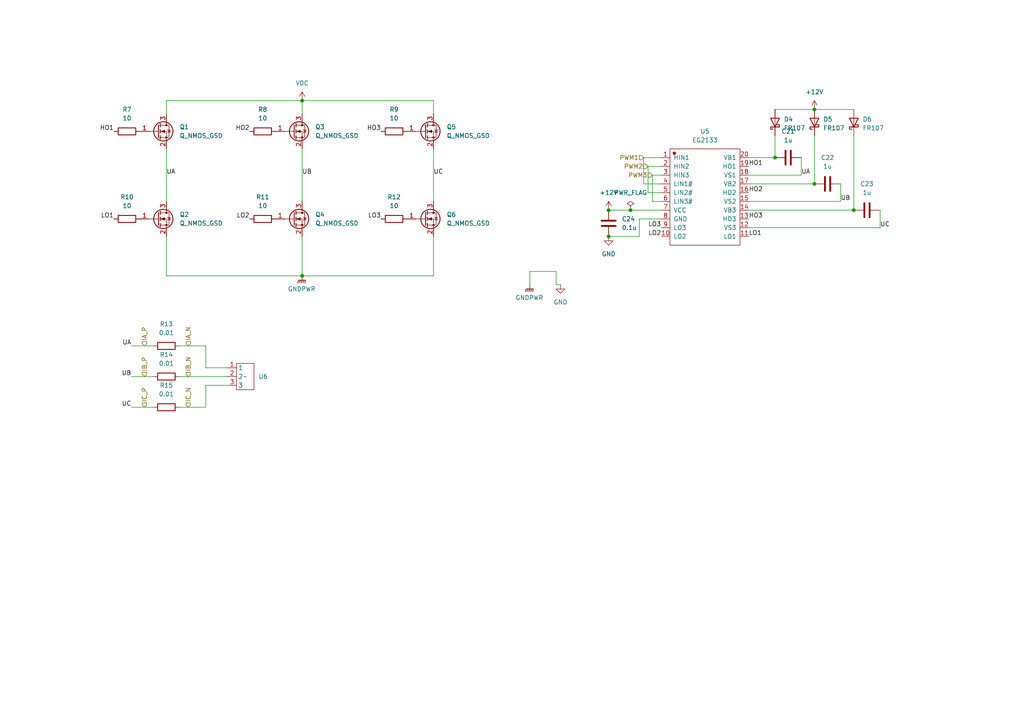
<source format=kicad_sch>
(kicad_sch (version 20230121) (generator eeschema)
  (paper "A4")
  (lib_symbols
    (symbol "Device:C" (pin_numbers hide) (pin_names (offset 0.254))
      (property "Reference" "C" (at 0.635 2.54 0))
      (property "Value" "C" (at 0.635 -2.54 0))
      (symbol "C_0_1"
        (polyline (pts (xy -2.032 -0.762) (xy 2.032 -0.762)) (stroke (width 0.508)))
        (polyline (pts (xy -2.032 0.762) (xy 2.032 0.762)) (stroke (width 0.508)))
      )
      (symbol "C_1_1"
        (pin passive line (at 0 3.81 270) (length 2.794) (name "~") (number "1"))
        (pin passive line (at 0 -3.81 90) (length 2.794) (name "~") (number "2"))
      )
    )
    (symbol "Device:D_Schottky" (pin_numbers hide) (pin_names (offset 1.016) hide)
      (property "Reference" "D" (at 0 2.54 0))
      (property "Value" "D_Schottky" (at 0 -2.54 0))
      (symbol "D_Schottky_0_1"
        (polyline (pts (xy 1.27 0) (xy -1.27 0)))
        (polyline (pts (xy 1.27 1.27) (xy 1.27 -1.27) (xy -1.27 0) (xy 1.27 1.27)) (stroke (width 0.254)))
        (polyline (pts (xy -1.905 0.635) (xy -1.905 1.27) (xy -1.27 1.27) (xy -1.27 -1.27) (xy -0.635 -1.27) (xy -0.635 -0.635)) (stroke (width 0.254)))
      )
      (symbol "D_Schottky_1_1"
        (pin passive line (at -3.81 0 0) (length 2.54) (name "K") (number "1"))
        (pin passive line (at 3.81 0 180) (length 2.54) (name "A") (number "2"))
      )
    )
    (symbol "Device:Q_NMOS_GSD" (pin_names (offset 0) hide)
      (property "Reference" "Q" (at 5.08 1.27 0))
      (property "Value" "Q_NMOS_GSD" (at 5.08 -1.27 0))
      (symbol "Q_NMOS_GSD_0_1"
        (polyline (pts (xy 0.254 0) (xy -2.54 0)))
        (polyline (pts (xy 0.254 1.905) (xy 0.254 -1.905)) (stroke (width 0.254)))
        (polyline (pts (xy 0.762 -1.27) (xy 0.762 -2.286)) (stroke (width 0.254)))
        (polyline (pts (xy 0.762 0.508) (xy 0.762 -0.508)) (stroke (width 0.254)))
        (polyline (pts (xy 0.762 2.286) (xy 0.762 1.27)) (stroke (width 0.254)))
        (polyline (pts (xy 2.54 2.54) (xy 2.54 1.778)))
        (polyline (pts (xy 2.54 -2.54) (xy 2.54 0) (xy 0.762 0)))
        (polyline (pts (xy 0.762 -1.778) (xy 3.302 -1.778) (xy 3.302 1.778) (xy 0.762 1.778)))
        (polyline (pts (xy 1.016 0) (xy 2.032 0.381) (xy 2.032 -0.381) (xy 1.016 0)) (fill (type outline)))
        (polyline (pts (xy 2.794 0.508) (xy 2.921 0.381) (xy 3.683 0.381) (xy 3.81 0.254)))
        (polyline (pts (xy 3.302 0.381) (xy 2.921 -0.254) (xy 3.683 -0.254) (xy 3.302 0.381)))
        (circle (center 1.651 0) (radius 2.794) (stroke (width 0.254)))
        (circle (center 2.54 -1.778) (radius 0.254) (fill (type outline)))
        (circle (center 2.54 1.778) (radius 0.254) (fill (type outline)))
      )
      (symbol "Q_NMOS_GSD_1_1"
        (pin input line (at -5.08 0 0) (length 2.54) (name "G") (number "1"))
        (pin passive line (at 2.54 -5.08 90) (length 2.54) (name "S") (number "2"))
        (pin passive line (at 2.54 5.08 270) (length 2.54) (name "D") (number "3"))
      )
    )
    (symbol "Device:R" (pin_numbers hide) (pin_names (offset 0))
      (property "Reference" "R" (at 2.032 0 90))
      (property "Value" "R" (at 0 0 90))
      (symbol "R_0_1"
        (rectangle (start -1.016 -2.54) (end 1.016 2.54) (stroke (width 0.254)))
      )
      (symbol "R_1_1"
        (pin passive line (at 0 3.81 270) (length 1.27) (name "~") (number "1"))
        (pin passive line (at 0 -3.81 90) (length 1.27) (name "~") (number "2"))
      )
    )
    (symbol "my_GateDriver:EG2133" (pin_names (offset 1.016))
      (property "Reference" "U" (at 0 16.5862 0))
      (property "Value" "EG2133" (at 0 21.6662 0))
      (symbol "EG2133_1_1"
        (rectangle (start -10.16 13.97) (end 10.16 -13.97) (stroke (width 0.1524)))
        (circle (center -8.89 12.7) (radius 0.381) (stroke (width 0.1524)) (fill (type outline)))
        (pin input line (at -12.7 11.43 0) (length 2.54) (name "HIN1") (number "1"))
        (pin input line (at -12.7 -11.43 0) (length 2.54) (name "LO2") (number "10"))
        (pin input line (at 12.7 -11.43 180) (length 2.54) (name "LO1") (number "11"))
        (pin input line (at 12.7 -8.89 180) (length 2.54) (name "VS3") (number "12"))
        (pin input line (at 12.7 -6.35 180) (length 2.54) (name "HO3") (number "13"))
        (pin input line (at 12.7 -3.81 180) (length 2.54) (name "VB3") (number "14"))
        (pin input line (at 12.7 -1.27 180) (length 2.54) (name "VS2") (number "15"))
        (pin input line (at 12.7 1.27 180) (length 2.54) (name "HO2") (number "16"))
        (pin input line (at 12.7 3.81 180) (length 2.54) (name "VB2") (number "17"))
        (pin input line (at 12.7 6.35 180) (length 2.54) (name "VS1") (number "18"))
        (pin input line (at 12.7 8.89 180) (length 2.54) (name "HO1") (number "19"))
        (pin input line (at -12.7 8.89 0) (length 2.54) (name "HIN2") (number "2"))
        (pin input line (at 12.7 11.43 180) (length 2.54) (name "VB1") (number "20"))
        (pin input line (at -12.7 6.35 0) (length 2.54) (name "HIN3") (number "3"))
        (pin input line (at -12.7 3.81 0) (length 2.54) (name "LIN1#") (number "4"))
        (pin input line (at -12.7 1.27 0) (length 2.54) (name "LIN2#") (number "5"))
        (pin input line (at -12.7 -1.27 0) (length 2.54) (name "LIN3#") (number "6"))
        (pin input line (at -12.7 -3.81 0) (length 2.54) (name "VCC") (number "7"))
        (pin input line (at -12.7 -6.35 0) (length 2.54) (name "GND") (number "8"))
        (pin input line (at -12.7 -8.89 0) (length 2.54) (name "LO3") (number "9"))
      )
    )
    (symbol "my_conn:CONN_3P"
      (property "Reference" "U" (at 0 5.08 0))
      (symbol "CONN_3P_0_1"
        (rectangle (start -2.54 3.81) (end 2.54 -3.81))
      )
      (symbol "CONN_3P_1_1"
        (pin passive line (at -5.08 2.54 0) (length 2.54) (name "1") (number "1"))
        (pin passive line (at -5.08 0 0) (length 2.54) (name "2") (number "2"))
        (pin passive line (at -5.08 -2.54 0) (length 2.54) (name "3") (number "3"))
      )
    )
    (symbol "power:+12V" (power) (pin_names (offset 0))
      (property "Value" "+12V" (at 0 3.556 0))
      (symbol "+12V_0_1"
        (polyline (pts (xy -0.762 1.27) (xy 0 2.54)))
        (polyline (pts (xy 0 0) (xy 0 2.54)))
        (polyline (pts (xy 0 2.54) (xy 0.762 1.27)))
      )
      (symbol "+12V_1_1"
        (pin power_in line (at 0 0 90) (length 0) hide (name "+12V") (number "1"))
      )
    )
    (symbol "power:GND" (power) (pin_names (offset 0))
      (property "Value" "GND" (at 0 -3.81 0))
      (symbol "GND_0_1"
        (polyline (pts (xy 0 0) (xy 0 -1.27) (xy 1.27 -1.27) (xy 0 -2.54) (xy -1.27 -1.27) (xy 0 -1.27)))
      )
      (symbol "GND_1_1"
        (pin power_in line (at 0 0 270) (length 0) hide (name "GND") (number "1"))
      )
    )
    (symbol "power:GNDPWR" (power) (pin_names (offset 0))
      (property "Value" "GNDPWR" (at 0 -3.302 0))
      (symbol "GNDPWR_0_1"
        (polyline (pts (xy 0 -1.27) (xy 0 0)))
        (polyline (pts (xy -1.016 -1.27) (xy -1.27 -2.032) (xy -1.27 -2.032)) (stroke (width 0.2032)))
        (polyline (pts (xy -0.508 -1.27) (xy -0.762 -2.032) (xy -0.762 -2.032)) (stroke (width 0.2032)))
        (polyline (pts (xy 0 -1.27) (xy -0.254 -2.032) (xy -0.254 -2.032)) (stroke (width 0.2032)))
        (polyline (pts (xy 0.508 -1.27) (xy 0.254 -2.032) (xy 0.254 -2.032)) (stroke (width 0.2032)))
        (polyline (pts (xy 1.016 -1.27) (xy -1.016 -1.27) (xy -1.016 -1.27)) (stroke (width 0.2032)))
        (polyline (pts (xy 1.016 -1.27) (xy 0.762 -2.032) (xy 0.762 -2.032) (xy 0.762 -2.032)) (stroke (width 0.2032)))
      )
      (symbol "GNDPWR_1_1"
        (pin power_in line (at 0 0 270) (length 0) hide (name "GNDPWR") (number "1"))
      )
    )
    (symbol "power:PWR_FLAG" (power) (pin_numbers hide) (pin_names (offset 0) hide)
      (property "Value" "PWR_FLAG" (at 0 3.81 0))
      (symbol "PWR_FLAG_0_0"
        (pin power_out line (at 0 0 90) (length 0) (name "pwr") (number "1"))
      )
      (symbol "PWR_FLAG_0_1"
        (polyline (pts (xy 0 0) (xy 0 1.27) (xy -1.016 1.905) (xy 0 2.54) (xy 1.016 1.905) (xy 0 1.27)))
      )
    )
    (symbol "power:VDC" (power) (pin_names (offset 0))
      (property "Value" "VDC" (at 0 6.35 0))
      (symbol "VDC_0_1"
        (polyline (pts (xy -0.762 1.27) (xy 0 2.54)))
        (polyline (pts (xy 0 0) (xy 0 2.54)))
        (polyline (pts (xy 0 2.54) (xy 0.762 1.27)))
      )
      (symbol "VDC_1_1"
        (pin power_in line (at 0 0 90) (length 0) hide (name "VDC") (number "1"))
      )
    )
  )
  (junction (at 176.53 68.58))
  (junction (at 247.65 60.96))
  (junction (at 87.63 29.21))
  (junction (at 176.53 60.96))
  (junction (at 182.88 60.96))
  (junction (at 224.79 45.72))
  (junction (at 87.63 80.01))
  (junction (at 236.22 31.75))
  (junction (at 236.22 53.34))
  (wire (pts (xy 224.79 31.75) (xy 236.22 31.75)))
  (wire (pts (xy 38.1 100.33) (xy 44.45 100.33)))
  (wire (pts (xy 176.53 60.96) (xy 182.88 60.96)))
  (wire (pts (xy 48.26 29.21) (xy 87.63 29.21)))
  (wire (pts (xy 236.22 31.75) (xy 247.65 31.75)))
  (wire (pts (xy 87.63 29.21) (xy 125.73 29.21)))
  (wire (pts (xy 185.42 63.5) (xy 185.42 68.58)))
  (wire (pts (xy 187.96 48.26) (xy 187.96 55.88)))
  (wire (pts (xy 191.77 45.72) (xy 186.69 45.72)))
  (wire (pts (xy 48.26 80.01) (xy 87.63 80.01)))
  (wire (pts (xy 87.63 29.21) (xy 87.63 33.02)))
  (wire (pts (xy 182.88 60.96) (xy 191.77 60.96)))
  (wire (pts (xy 48.26 43.18) (xy 48.26 58.42)))
  (wire (pts (xy 161.29 82.55) (xy 162.56 82.55)))
  (wire (pts (xy 232.41 45.72) (xy 232.41 50.8)))
  (wire (pts (xy 247.65 39.37) (xy 247.65 60.96)))
  (wire (pts (xy 224.79 39.37) (xy 224.79 45.72)))
  (wire (pts (xy 59.69 100.33) (xy 59.69 106.68)))
  (wire (pts (xy 59.69 106.68) (xy 66.04 106.68)))
  (wire (pts (xy 217.17 60.96) (xy 247.65 60.96)))
  (wire (pts (xy 232.41 50.8) (xy 217.17 50.8)))
  (wire (pts (xy 191.77 48.26) (xy 187.96 48.26)))
  (wire (pts (xy 191.77 50.8) (xy 189.23 50.8)))
  (wire (pts (xy 125.73 68.58) (xy 125.73 80.01)))
  (wire (pts (xy 187.96 55.88) (xy 191.77 55.88)))
  (wire (pts (xy 217.17 53.34) (xy 236.22 53.34)))
  (wire (pts (xy 255.27 60.96) (xy 255.27 66.04)))
  (wire (pts (xy 185.42 68.58) (xy 176.53 68.58)))
  (wire (pts (xy 161.29 78.74) (xy 161.29 82.55)))
  (wire (pts (xy 59.69 111.76) (xy 66.04 111.76)))
  (wire (pts (xy 224.79 45.72) (xy 217.17 45.72)))
  (wire (pts (xy 153.67 78.74) (xy 153.67 82.55)))
  (wire (pts (xy 243.84 53.34) (xy 243.84 58.42)))
  (wire (pts (xy 255.27 66.04) (xy 217.17 66.04)))
  (wire (pts (xy 243.84 58.42) (xy 217.17 58.42)))
  (wire (pts (xy 87.63 43.18) (xy 87.63 58.42)))
  (wire (pts (xy 38.1 109.22) (xy 44.45 109.22)))
  (wire (pts (xy 38.1 118.11) (xy 44.45 118.11)))
  (wire (pts (xy 59.69 118.11) (xy 59.69 111.76)))
  (wire (pts (xy 191.77 63.5) (xy 185.42 63.5)))
  (wire (pts (xy 52.07 109.22) (xy 66.04 109.22)))
  (wire (pts (xy 236.22 39.37) (xy 236.22 53.34)))
  (wire (pts (xy 48.26 33.02) (xy 48.26 29.21)))
  (wire (pts (xy 153.67 78.74) (xy 161.29 78.74)))
  (wire (pts (xy 87.63 68.58) (xy 87.63 80.01)))
  (wire (pts (xy 52.07 118.11) (xy 59.69 118.11)))
  (wire (pts (xy 189.23 58.42) (xy 191.77 58.42)))
  (wire (pts (xy 52.07 100.33) (xy 59.69 100.33)))
  (wire (pts (xy 48.26 68.58) (xy 48.26 80.01)))
  (wire (pts (xy 186.69 45.72) (xy 186.69 53.34)))
  (wire (pts (xy 186.69 53.34) (xy 191.77 53.34)))
  (wire (pts (xy 125.73 43.18) (xy 125.73 58.42)))
  (wire (pts (xy 189.23 50.8) (xy 189.23 58.42)))
  (wire (pts (xy 87.63 80.01) (xy 125.73 80.01)))
  (wire (pts (xy 125.73 29.21) (xy 125.73 33.02)))
  (label "UB" (at 38.1 109.22 180))
  (label "UC" (at 255.27 66.04 0))
  (label "LO2" (at 191.77 68.58 180))
  (label "UB" (at 243.84 58.42 0))
  (label "HO1" (at 217.17 48.26 0))
  (label "UC" (at 125.73 50.8 0))
  (label "UC" (at 38.1 118.11 180))
  (label "LO2" (at 72.39 63.5 180))
  (label "HO3" (at 217.17 63.5 0))
  (label "HO1" (at 33.02 38.1 180))
  (label "LO3" (at 191.77 66.04 180))
  (label "UA" (at 232.41 50.8 0))
  (label "LO3" (at 110.49 63.5 180))
  (label "HO3" (at 110.49 38.1 180))
  (label "UA" (at 48.26 50.8 0))
  (label "HO2" (at 72.39 38.1 180))
  (label "UB" (at 87.63 50.8 0))
  (label "LO1" (at 217.17 68.58 0))
  (label "HO2" (at 217.17 55.88 0))
  (label "UA" (at 38.1 100.33 180))
  (label "LO1" (at 33.02 63.5 180))
  (hierarchical_label "IA_N" (shape input) (at 54.61 100.33 90))
  (hierarchical_label "IC_N" (shape input) (at 54.61 118.11 90))
  (hierarchical_label "PWM1" (shape input) (at 186.69 45.72 180))
  (hierarchical_label "IB_P" (shape input) (at 41.91 109.22 90))
  (hierarchical_label "IB_N" (shape input) (at 54.61 109.22 90))
  (hierarchical_label "IA_P" (shape input) (at 41.91 100.33 90))
  (hierarchical_label "PWM3" (shape input) (at 189.23 50.8 180))
  (hierarchical_label "PWM2" (shape input) (at 187.96 48.26 180))
  (hierarchical_label "IC_P" (shape input) (at 41.91 118.11 90))
  (symbol (lib_id "power:GNDPWR") (at 153.67 82.55 0) (unit 1)
    (property "Reference" "#PWR048" (effects hide))
    (property "Value" "GNDPWR" (at 153.543 86.36 0))
  )
  (symbol (lib_id "power:GNDPWR") (at 87.63 80.01 0) (unit 1)
    (property "Reference" "#PWR028" (effects hide))
    (property "Value" "GNDPWR" (at 87.503 83.82 0))
  )
  (symbol (lib_id "Device:Q_NMOS_GSD") (at 85.09 38.1 0) (unit 1)
    (property "Reference" "Q3" (at 91.44 36.83 0) (effects (justify left)))
    (property "Value" "Q_NMOS_GSD" (at 91.44 39.37 0) (effects (justify left)))
    (property "Footprint" "Package_TO_SOT_SMD:Infineon_PG-HSOF-8-1" (effects hide))
  )
  (symbol (lib_id "Device:R") (at 48.26 109.22 90) (unit 1)
    (property "Reference" "R14" (at 48.26 102.87 90))
    (property "Value" "0.01" (at 48.26 105.41 90))
    (property "Footprint" "Resistor_SMD:R_2512_6332Metric" (effects hide))
  )
  (symbol (lib_id "Device:R") (at 114.3 63.5 90) (unit 1)
    (property "Reference" "R12" (at 114.3 57.15 90))
    (property "Value" "10" (at 114.3 59.69 90))
    (property "Footprint" "Resistor_SMD:R_0603_1608Metric" (effects hide))
  )
  (symbol (lib_id "Device:Q_NMOS_GSD") (at 123.19 63.5 0) (unit 1)
    (property "Reference" "Q6" (at 129.54 62.23 0) (effects (justify left)))
    (property "Value" "Q_NMOS_GSD" (at 129.54 64.77 0) (effects (justify left)))
    (property "Footprint" "Package_TO_SOT_SMD:Infineon_PG-HSOF-8-1" (effects hide))
  )
  (symbol (lib_id "Device:C") (at 228.6 45.72 270) (unit 1)
    (property "Reference" "C21" (at 228.6 38.1 90))
    (property "Value" "1u" (at 228.6 40.64 90))
    (property "Footprint" "Capacitor_SMD:C_0603_1608Metric" (effects hide))
  )
  (symbol (lib_id "Device:C") (at 176.53 64.77 0) (unit 1)
    (property "Reference" "C24" (at 180.34 63.5 0) (effects (justify left)))
    (property "Value" "0.1u" (at 180.34 66.04 0) (effects (justify left)))
    (property "Footprint" "Capacitor_SMD:C_0603_1608Metric" (effects hide))
  )
  (symbol (lib_id "my_GateDriver:EG2133") (at 204.47 57.15 0) (unit 1)
    (property "Reference" "U5" (at 204.47 38.1 0))
    (property "Value" "EG2133" (at 204.47 40.64 0))
    (property "Footprint" "Package_SO:TSSOP-20_4.4x6.5mm_P0.65mm" (effects hide))
    (property "Datasheet" "http://www.szlcsc.com/product/details_210302.html" (effects hide))
    (property "SuppliersPartNumber" "C190343" (effects hide))
    (property "uuid" "std:82a7a7bdfd1b4a9494bc5f3b5bda1d75" (effects hide))
  )
  (symbol (lib_id "Device:Q_NMOS_GSD") (at 45.72 38.1 0) (unit 1)
    (property "Reference" "Q1" (at 52.07 36.83 0) (effects (justify left)))
    (property "Value" "Q_NMOS_GSD" (at 52.07 39.37 0) (effects (justify left)))
    (property "Footprint" "Package_TO_SOT_SMD:Infineon_PG-HSOF-8-1" (effects hide))
  )
  (symbol (lib_id "power:GND") (at 176.53 68.58 0) (unit 1)
    (property "Reference" "#PWR027" (effects hide))
    (property "Value" "GND" (at 176.53 73.66 0))
  )
  (symbol (lib_id "Device:D_Schottky") (at 224.79 35.56 90) (unit 1)
    (property "Reference" "D4" (at 227.33 34.6075 90) (effects (justify right)))
    (property "Value" "FR107" (at 227.33 37.1475 90) (effects (justify right)))
    (property "Footprint" "Diode_SMD:D_SOD-123F" (effects hide))
  )
  (symbol (lib_id "power:VDC") (at 87.63 29.21 0) (unit 1)
    (property "Reference" "#PWR024" (effects hide))
    (property "Value" "VDC" (at 87.63 24.13 0))
  )
  (symbol (lib_id "power:GND") (at 162.56 82.55 0) (unit 1)
    (property "Reference" "#PWR049" (effects hide))
    (property "Value" "GND" (at 162.56 87.63 0))
  )
  (symbol (lib_id "Device:R") (at 114.3 38.1 90) (unit 1)
    (property "Reference" "R9" (at 114.3 31.75 90))
    (property "Value" "10" (at 114.3 34.29 90))
    (property "Footprint" "Resistor_SMD:R_0603_1608Metric" (effects hide))
  )
  (symbol (lib_id "Device:D_Schottky") (at 236.22 35.56 90) (unit 1)
    (property "Reference" "D5" (at 238.76 34.6075 90) (effects (justify right)))
    (property "Value" "FR107" (at 238.76 37.1475 90) (effects (justify right)))
    (property "Footprint" "Diode_SMD:D_SOD-123F" (effects hide))
  )
  (symbol (lib_id "Device:R") (at 48.26 100.33 90) (unit 1)
    (property "Reference" "R13" (at 48.26 93.98 90))
    (property "Value" "0.01" (at 48.26 96.52 90))
    (property "Footprint" "Resistor_SMD:R_2512_6332Metric" (effects hide))
  )
  (symbol (lib_id "Device:R") (at 76.2 63.5 90) (unit 1)
    (property "Reference" "R11" (at 76.2 57.15 90))
    (property "Value" "10" (at 76.2 59.69 90))
    (property "Footprint" "Resistor_SMD:R_0603_1608Metric" (effects hide))
  )
  (symbol (lib_id "Device:Q_NMOS_GSD") (at 45.72 63.5 0) (unit 1)
    (property "Reference" "Q2" (at 52.07 62.23 0) (effects (justify left)))
    (property "Value" "Q_NMOS_GSD" (at 52.07 64.77 0) (effects (justify left)))
    (property "Footprint" "Package_TO_SOT_SMD:Infineon_PG-HSOF-8-1" (effects hide))
  )
  (symbol (lib_id "my_conn:CONN_3P") (at 71.12 109.22 0) (unit 1)
    (property "Reference" "U6" (at 74.93 109.22 0) (effects (justify left)))
    (property "Value" "~" (at 71.12 109.22 0))
    (property "Footprint" "my_conn:KF301-3P" (effects hide))
  )
  (symbol (lib_id "Device:R") (at 36.83 63.5 90) (unit 1)
    (property "Reference" "R10" (at 36.83 57.15 90))
    (property "Value" "10" (at 36.83 59.69 90))
    (property "Footprint" "Resistor_SMD:R_0603_1608Metric" (effects hide))
  )
  (symbol (lib_id "Device:Q_NMOS_GSD") (at 85.09 63.5 0) (unit 1)
    (property "Reference" "Q4" (at 91.44 62.23 0) (effects (justify left)))
    (property "Value" "Q_NMOS_GSD" (at 91.44 64.77 0) (effects (justify left)))
    (property "Footprint" "Package_TO_SOT_SMD:Infineon_PG-HSOF-8-1" (effects hide))
  )
  (symbol (lib_id "Device:D_Schottky") (at 247.65 35.56 90) (unit 1)
    (property "Reference" "D6" (at 250.19 34.6075 90) (effects (justify right)))
    (property "Value" "FR107" (at 250.19 37.1475 90) (effects (justify right)))
    (property "Footprint" "Diode_SMD:D_SOD-123F" (effects hide))
  )
  (symbol (lib_id "Device:C") (at 240.03 53.34 270) (unit 1)
    (property "Reference" "C22" (at 240.03 45.72 90))
    (property "Value" "1u" (at 240.03 48.26 90))
    (property "Footprint" "Capacitor_SMD:C_0603_1608Metric" (effects hide))
  )
  (symbol (lib_id "Device:R") (at 48.26 118.11 90) (unit 1)
    (property "Reference" "R15" (at 48.26 111.76 90))
    (property "Value" "0.01" (at 48.26 114.3 90))
    (property "Footprint" "Resistor_SMD:R_2512_6332Metric" (effects hide))
  )
  (symbol (lib_id "Device:R") (at 36.83 38.1 90) (unit 1)
    (property "Reference" "R7" (at 36.83 31.75 90))
    (property "Value" "10" (at 36.83 34.29 90))
    (property "Footprint" "Resistor_SMD:R_0603_1608Metric" (effects hide))
  )
  (symbol (lib_id "Device:Q_NMOS_GSD") (at 123.19 38.1 0) (unit 1)
    (property "Reference" "Q5" (at 129.54 36.83 0) (effects (justify left)))
    (property "Value" "Q_NMOS_GSD" (at 129.54 39.37 0) (effects (justify left)))
    (property "Footprint" "Package_TO_SOT_SMD:Infineon_PG-HSOF-8-1" (effects hide))
  )
  (symbol (lib_id "Device:C") (at 251.46 60.96 270) (unit 1)
    (property "Reference" "C23" (at 251.46 53.34 90))
    (property "Value" "1u" (at 251.46 55.88 90))
    (property "Footprint" "Capacitor_SMD:C_0603_1608Metric" (effects hide))
  )
  (symbol (lib_id "power:PWR_FLAG") (at 182.88 60.96 0) (unit 1)
    (property "Reference" "#FLG05" (effects hide))
    (property "Value" "PWR_FLAG" (at 182.88 55.88 0))
  )
  (symbol (lib_id "power:+12V") (at 176.53 60.96 0) (unit 1)
    (property "Reference" "#PWR026" (effects hide))
    (property "Value" "+12V" (at 176.53 55.88 0))
  )
  (symbol (lib_id "power:+12V") (at 236.22 31.75 0) (unit 1)
    (property "Reference" "#PWR025" (effects hide))
    (property "Value" "+12V" (at 236.22 26.67 0))
  )
  (symbol (lib_id "Device:R") (at 76.2 38.1 90) (unit 1)
    (property "Reference" "R8" (at 76.2 31.75 90))
    (property "Value" "10" (at 76.2 34.29 90))
    (property "Footprint" "Resistor_SMD:R_0603_1608Metric" (effects hide))
  )
)
</source>
